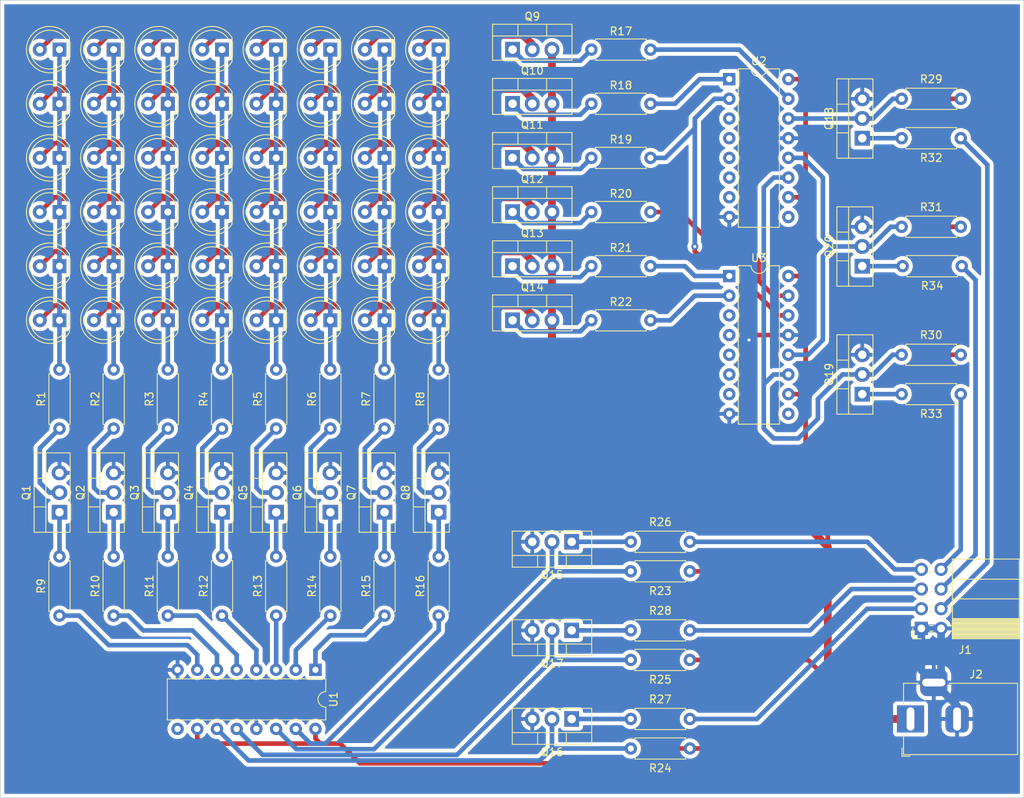
<source format=kicad_pcb>
(kicad_pcb (version 20240108) (generator "pcbnew") (generator_version "8.0")
  (layers (0 "F.Cu" signal "Front") (31 "B.Cu" signal "Back") (34 "B.Paste" user) (35 "F.Paste" user) (36 "B.SilkS" user "B.Silkscreen") (37 "F.SilkS" user "F.Silkscreen") (38 "B.Mask" user) (39 "F.Mask" user) (44 "Edge.Cuts" user))
  (net 0 "")
  (net 1 "Net-(D1-K)")
  (net 2 "Net-(D1-A)")
  (net 3 "Net-(D10-K)")
  (net 4 "Net-(D11-K)")
  (net 5 "Net-(D12-K)")
  (net 6 "Net-(D13-K)")
  (net 7 "Net-(D14-K)")
  (net 8 "Net-(D15-K)")
  (net 9 "Net-(D16-K)")
  (net 10 "Net-(D10-A)")
  (net 11 "Net-(D17-A)")
  (net 12 "Net-(D25-A)")
  (net 13 "Net-(D33-A)")
  (net 14 "Net-(D41-A)")
  (net 15 "RowDataIn_n")
  (net 16 "ShiftRowData_n")
  (net 17 "ApplyNewRow_n")
  (net 18 "ApplyNewRowStrobe_n")
  (net 19 "ShiftRowStrobe_n")
  (net 20 "RowStrobeIn_n")
  (net 21 "Net-(Q1-G)")
  (net 22 "Net-(Q1-D)")
  (net 23 "GND")
  (net 24 "Net-(Q2-G)")
  (net 25 "Net-(Q2-D)")
  (net 26 "Net-(Q3-G)")
  (net 27 "Net-(Q3-D)")
  (net 28 "Net-(Q4-G)")
  (net 29 "Net-(Q4-D)")
  (net 30 "Net-(Q5-G)")
  (net 31 "Net-(Q5-D)")
  (net 32 "Net-(Q6-G)")
  (net 33 "Net-(Q6-D)")
  (net 34 "Net-(Q7-G)")
  (net 35 "Net-(Q7-D)")
  (net 36 "Net-(Q8-G)")
  (net 37 "Net-(Q8-D)")
  (net 38 "Net-(Q9-G)")
  (net 39 "+5V")
  (net 40 "Net-(Q10-G)")
  (net 41 "Net-(Q11-G)")
  (net 42 "Net-(Q12-G)")
  (net 43 "Net-(Q13-G)")
  (net 44 "Net-(Q14-G)")
  (net 45 "Net-(Q15-G)")
  (net 46 "Net-(Q15-D)")
  (net 47 "Net-(Q16-G)")
  (net 48 "Net-(Q16-D)")
  (net 49 "Net-(Q17-G)")
  (net 50 "Net-(Q17-D)")
  (net 51 "Net-(Q18-G)")
  (net 52 "Net-(Q18-D)")
  (net 53 "Net-(Q19-G)")
  (net 54 "Net-(Q19-D)")
  (net 55 "Net-(Q20-G)")
  (net 56 "Net-(Q20-D)")
  (net 57 "Net-(U1-QH)")
  (net 58 "Net-(U1-QG)")
  (net 59 "Net-(U1-QF)")
  (net 60 "Net-(U1-QE)")
  (net 61 "Net-(U1-QD)")
  (net 62 "Net-(U1-QC)")
  (net 63 "Net-(U1-QB)")
  (net 64 "Net-(U1-QA)")
  (net 65 "Net-(U2-QA)")
  (net 66 "Net-(U2-QB)")
  (net 67 "Net-(U2-QC)")
  (net 68 "Net-(U3-QA)")
  (net 69 "Net-(U3-QB)")
  (net 70 "Net-(U3-QC)")
  (footprint "LED_THT:LED_D5.0mm" (layer "F.Cu") (at 110.49 78.105 180)
    (property "Reference" "D47" (hide yes))
    (property "Value" "LED")
  )
  (footprint "Resistor_THT:R_Axial_DIN0207_L6.3mm_D2.5mm_P7.62mm_Horizontal" (layer "F.Cu") (at 177.165 87.63)
    (property "Reference" "R33")
    (property "Value" "1K")
  )
  (footprint "Package_TO_SOT_THT:TO-220-3_Vertical" (layer "F.Cu") (at 127 64.135)
    (property "Reference" "Q12")
    (property "Value" "IRF4905")
  )
  (footprint "Package_TO_SOT_THT:TO-220-3_Vertical" (layer "F.Cu") (at 82.55 102.87 90)
    (property "Reference" "Q3")
    (property "Value" "IRLZ44N")
  )
  (footprint "Resistor_THT:R_Axial_DIN0207_L6.3mm_D2.5mm_P7.62mm_Horizontal" (layer "F.Cu") (at 68.58 92.075 90)
    (property "Reference" "R1")
    (property "Value" "66R")
  )
  (footprint "LED_THT:LED_D5.0mm" (layer "F.Cu") (at 117.475 64.135 180)
    (property "Reference" "D32" (hide yes))
    (property "Value" "LED")
  )
  (footprint "LED_THT:LED_D5.0mm" (layer "F.Cu") (at 82.55 43.18 180)
    (property "Reference" "D3" (hide yes))
    (property "Value" "LED")
  )
  (footprint "Resistor_THT:R_Axial_DIN0207_L6.3mm_D2.5mm_P7.62mm_Horizontal" (layer "F.Cu") (at 177.165 82.55)
    (property "Reference" "R30")
    (property "Value" "1K")
  )
  (footprint "LED_THT:LED_D5.0mm" (layer "F.Cu") (at 89.535 78.105 180)
    (property "Reference" "D44" (hide yes))
    (property "Value" "LED")
  )
  (footprint "Package_TO_SOT_THT:TO-220-3_Vertical" (layer "F.Cu") (at 96.52 102.87 90)
    (property "Reference" "Q5")
    (property "Value" "IRLZ44N")
  )
  (footprint "Package_TO_SOT_THT:TO-220-3_Vertical" (layer "F.Cu") (at 75.565 102.87 90)
    (property "Reference" "Q2")
    (property "Value" "IRLZ44N")
  )
  (footprint "LED_THT:LED_D5.0mm" (layer "F.Cu") (at 96.52 64.135 180)
    (property "Reference" "D29" (hide yes))
    (property "Value" "LED")
  )
  (footprint "LED_THT:LED_D5.0mm" (layer "F.Cu") (at 117.475 71.12 180)
    (property "Reference" "D40" (hide yes))
    (property "Value" "LED")
  )
  (footprint "Resistor_THT:R_Axial_DIN0207_L6.3mm_D2.5mm_P7.62mm_Horizontal" (layer "F.Cu") (at 137.16 64.135)
    (property "Reference" "R20")
    (property "Value" "1K")
  )
  (footprint "Resistor_THT:R_Axial_DIN0207_L6.3mm_D2.5mm_P7.62mm_Horizontal" (layer "F.Cu") (at 177.165 54.61)
    (property "Reference" "R32")
    (property "Value" "1K")
  )
  (footprint "LED_THT:LED_D5.0mm" (layer "F.Cu") (at 96.515 71.12 180)
    (property "Reference" "D37" (hide yes))
    (property "Value" "LED")
  )
  (footprint "Package_TO_SOT_THT:TO-220-3_Vertical" (layer "F.Cu") (at 89.535 102.87 90)
    (property "Reference" "Q4")
    (property "Value" "IRLZ44N")
  )
  (footprint "Resistor_THT:R_Axial_DIN0207_L6.3mm_D2.5mm_P7.62mm_Horizontal" (layer "F.Cu") (at 142.24 133.35)
    (property "Reference" "R24")
    (property "Value" "1K")
  )
  (footprint "Resistor_THT:R_Axial_DIN0207_L6.3mm_D2.5mm_P7.62mm_Horizontal" (layer "F.Cu") (at 142.24 118.11)
    (property "Reference" "R28")
    (property "Value" "1K")
  )
  (footprint "Package_TO_SOT_THT:TO-220-3_Vertical" (layer "F.Cu") (at 110.49 102.87 90)
    (property "Reference" "Q7")
    (property "Value" "IRLZ44N")
  )
  (footprint "LED_THT:LED_D5.0mm" (layer "F.Cu") (at 82.55 78.105 180)
    (property "Reference" "D43" (hide yes))
    (property "Value" "LED")
  )
  (footprint "Resistor_THT:R_Axial_DIN0207_L6.3mm_D2.5mm_P7.62mm_Horizontal" (layer "F.Cu") (at 142.24 110.49)
    (property "Reference" "R23")
    (property "Value" "1K")
  )
  (footprint "Package_TO_SOT_THT:TO-220-3_Vertical" (layer "F.Cu") (at 134.62 106.68 180)
    (property "Reference" "Q15")
    (property "Value" "IRLZ44N")
  )
  (footprint "LED_THT:LED_D5.0mm" (layer "F.Cu") (at 75.56 64.135 180)
    (property "Reference" "D26" (hide yes))
    (property "Value" "LED")
  )
  (footprint "Package_TO_SOT_THT:TO-220-3_Vertical" (layer "F.Cu") (at 134.62 129.54 180)
    (property "Reference" "Q16")
    (property "Value" "IRLZ44N")
  )
  (footprint "Package_TO_SOT_THT:TO-220-3_Vertical" (layer "F.Cu") (at 68.58 102.87 90)
    (property "Reference" "Q1")
    (property "Value" "IRLZ44N")
  )
  (footprint "LED_THT:LED_D5.0mm" (layer "F.Cu") (at 82.55 64.135 180)
    (property "Reference" "D27" (hide yes))
    (property "Value" "LED")
  )
  (footprint "LED_THT:LED_D5.0mm" (layer "F.Cu") (at 96.515 50.165 180)
    (property "Reference" "D13" (hide yes))
    (property "Value" "LED")
  )
  (footprint "LED_THT:LED_D5.0mm" (layer "F.Cu") (at 89.53 57.15 180)
    (property "Reference" "D20" (hide yes))
    (property "Value" "LED")
  )
  (footprint "Resistor_THT:R_Axial_DIN0207_L6.3mm_D2.5mm_P7.62mm_Horizontal" (layer "F.Cu") (at 177.165 49.53)
    (property "Reference" "R29")
    (property "Value" "1K")
  )
  (footprint "LED_THT:LED_D5.0mm" (layer "F.Cu") (at 110.485 43.18 180)
    (property "Reference" "D7" (hide yes))
    (property "Value" "LED")
  )
  (footprint "Resistor_THT:R_Axial_DIN0207_L6.3mm_D2.5mm_P7.62mm_Horizontal" (layer "F.Cu") (at 142.24 121.92)
    (property "Reference" "R25")
    (property "Value" "1K")
  )
  (footprint "LED_THT:LED_D5.0mm" (layer "F.Cu") (at 68.58 71.12 180)
    (property "Reference" "D33" (hide yes))
    (property "Value" "LED")
  )
  (footprint "LED_THT:LED_D5.0mm" (layer "F.Cu") (at 117.475 57.15 180)
    (property "Reference" "D24" (hide yes))
    (property "Value" "LED")
  )
  (footprint "LED_THT:LED_D5.0mm" (layer "F.Cu") (at 103.505 78.105 180)
    (property "Reference" "D46" (hide yes))
    (property "Value" "LED")
  )
  (footprint "LED_THT:LED_D5.0mm" (layer "F.Cu") (at 75.56 50.165 180)
    (property "Reference" "D10" (hide yes))
    (property "Value" "LED")
  )
  (footprint "LED_THT:LED_D5.0mm" (layer "F.Cu") (at 117.475 50.165 180)
    (property "Reference" "D16" (hide yes))
    (property "Value" "LED")
  )
  (footprint "Package_TO_SOT_THT:TO-220-3_Vertical" (layer "F.Cu") (at 127 43.18)
    (property "Reference" "Q9")
    (property "Value" "IRF4905")
  )
  (footprint "LED_THT:LED_D5.0mm" (layer "F.Cu") (at 82.545 57.15 180)
    (property "Reference" "D19" (hide yes))
    (property "Value" "LED")
  )
  (footprint "LED_THT:LED_D5.0mm" (layer "F.Cu") (at 75.56 78.105 180)
    (property "Reference" "D42" (hide yes))
    (property "Value" "LED")
  )
  (footprint "LED_THT:LED_D5.0mm" (layer "F.Cu") (at 103.5 50.165 180)
    (property "Reference" "D14" (hide yes))
    (property "Value" "LED")
  )
  (footprint "Resistor_THT:R_Axial_DIN0207_L6.3mm_D2.5mm_P7.62mm_Horizontal" (layer "F.Cu") (at 96.52 92.075 90)
    (property "Reference" "R5")
    (property "Value" "66R")
  )
  (footprint "LED_THT:LED_D5.0mm" (layer "F.Cu") (at 96.52 78.105 180)
    (property "Reference" "D45" (hide yes))
    (property "Value" "LED")
  )
  (footprint "LED_THT:LED_D5.0mm" (layer "F.Cu") (at 117.475 78.105 180)
    (property "Reference" "D48" (hide yes))
    (property "Value" "LED")
  )
  (footprint "Resistor_THT:R_Axial_DIN0207_L6.3mm_D2.5mm_P7.62mm_Horizontal" (layer "F.Cu") (at 110.49 116.205 90)
    (property "Reference" "R15")
    (property "Value" "1K")
  )
  (footprint "LED_THT:LED_D5.0mm" (layer "F.Cu") (at 68.575 50.165 180)
    (property "Reference" "D9" (hide yes))
    (property "Value" "LED")
  )
  (footprint "LED_THT:LED_D5.0mm" (layer "F.Cu") (at 96.515 43.18 180)
    (property "Reference" "D5" (hide yes))
    (property "Value" "LED")
  )
  (footprint "LED_THT:LED_D5.0mm" (layer "F.Cu") (at 68.58 57.15 180)
    (property "Reference" "D17" (hide yes))
    (property "Value" "LED")
  )
  (footprint "Package_DIP:DIP-16_W7.62mm" (layer "F.Cu") (at 154.94 72.39)
    (property "Reference" "U3")
    (property "Value" "74HC595")
  )
  (footprint "Connector_PinSocket_2.54mm:PinSocket_2x04_P2.54mm_Horizontal" (layer "F.Cu") (at 179.705 117.856 180)
    (property "Reference" "J1")
    (property "Value" "TO FPGA")
  )
  (footprint "Resistor_THT:R_Axial_DIN0207_L6.3mm_D2.5mm_P7.62mm_Horizontal" (layer "F.Cu") (at 110.49 92.075 90)
    (property "Reference" "R7")
    (property "Value" "66R")
  )
  (footprint "Package_DIP:DIP-16_W7.62mm" (layer "F.Cu") (at 101.585 123.2 -90)
    (property "Reference" "U1")
    (property "Value" "74HC595")
  )
  (footprint "Resistor_THT:R_Axial_DIN0207_L6.3mm_D2.5mm_P7.62mm_Horizontal" (layer "F.Cu") (at 137.16 71.12)
    (property "Reference" "R21")
    (property "Value" "1K")
  )
  (footprint "Package_TO_SOT_THT:TO-220-3_Vertical" (layer "F.Cu") (at 172.085 71.12 90)
    (property "Reference" "Q20")
    (property "Value" "IRLZ44N")
  )
  (footprint "Resistor_THT:R_Axial_DIN0207_L6.3mm_D2.5mm_P7.62mm_Horizontal" (layer "F.Cu") (at 82.55 116.205 90)
    (property "Reference" "R11")
    (property "Value" "1K")
  )
  (footprint "Resistor_THT:R_Axial_DIN0207_L6.3mm_D2.5mm_P7.62mm_Horizontal" (layer "F.Cu") (at 137.16 78.105)
    (property "Reference" "R22")
    (property "Value" "1K")
  )
  (footprint "Package_TO_SOT_THT:TO-220-3_Vertical" (layer "F.Cu") (at 127 50.165)
    (property "Reference" "Q10")
    (property "Value" "IRF4905")
  )
  (footprint "Package_TO_SOT_THT:TO-220-3_Vertical" (layer "F.Cu") (at 127 71.12)
    (property "Reference" "Q13")
    (property "Value" "IRF4905")
  )
  (footprint "Resistor_THT:R_Axial_DIN0207_L6.3mm_D2.5mm_P7.62mm_Horizontal" (layer "F.Cu") (at 177.165 66.04)
    (property "Reference" "R31")
    (property "Value" "1K")
  )
  (footprint "Package_TO_SOT_THT:TO-220-3_Vertical" (layer "F.Cu") (at 172.085 87.63 90)
    (property "Reference" "Q19")
    (property "Value" "IRLZ44N")
  )
  (footprint "Resistor_THT:R_Axial_DIN0207_L6.3mm_D2.5mm_P7.62mm_Horizontal" (layer "F.Cu") (at 103.505 92.075 90)
    (property "Reference" "R6")
    (property "Value" "66R")
  )
  (footprint "Resistor_THT:R_Axial_DIN0207_L6.3mm_D2.5mm_P7.62mm_Horizontal" (layer "F.Cu") (at 89.535 116.205 90)
    (property "Reference" "R12")
    (property "Value" "1K")
  )
  (footprint "LED_THT:LED_D5.0mm" (layer "F.Cu") (at 89.535 64.135 180)
    (property "Reference" "D28" (hide yes))
    (property "Value" "LED")
  )
  (footprint "LED_THT:LED_D5.0mm" (layer "F.Cu") (at 68.58 64.135 180)
    (property "Reference" "D25" (hide yes))
    (property "Value" "LED")
  )
  (footprint "LED_THT:LED_D5.0mm" (layer "F.Cu") (at 75.56 71.12 180)
    (property "Reference" "D34" (hide yes))
    (property "Value" "LED")
  )
  (footprint "LED_THT:LED_D5.0mm" (layer "F.Cu") (at 89.535 71.12 180)
    (property "Reference" "D36" (hide yes))
    (property "Value" "LED")
  )
  (footprint "Package_TO_SOT_THT:TO-220-3_Vertical" (layer "F.Cu") (at 134.62 118.11 180)
    (property "Reference" "Q17")
    (property "Value" "IRLZ44N")
  )
  (footprint "Resistor_THT:R_Axial_DIN0207_L6.3mm_D2.5mm_P7.62mm_Horizontal" (layer "F.Cu") (at 177.292 71.12)
    (property "Reference" "R34")
    (property "Value" "1K")
  )
  (footprint "Connector_BarrelJack:BarrelJack_Horizontal" (layer "F.Cu") (at 178.308 129.54 180)
    (property "Reference" "J2")
    (property "Value" "+5V IN")
  )
  (footprint "Resistor_THT:R_Axial_DIN0207_L6.3mm_D2.5mm_P7.62mm_Horizontal" (layer "F.Cu") (at 137.16 57.15)
    (property "Reference" "R19")
    (property "Value" "1K")
  )
  (footprint "LED_THT:LED_D5.0mm" (layer "F.Cu") (at 110.485 50.165 180)
    (property "Reference" "D15" (hide yes))
    (property "Value" "LED")
  )
  (footprint "LED_THT:LED_D5.0mm" (layer "F.Cu") (at 89.535 43.18 180)
    (property "Reference" "D4" (hide yes))
    (property "Value" "LED")
  )
  (footprint "Resistor_THT:R_Axial_DIN0207_L6.3mm_D2.5mm_P7.62mm_Horizontal" (layer "F.Cu") (at 68.58 116.205 90)
    (property "Reference" "R9")
    (property "Value" "1K")
  )
  (footprint "LED_THT:LED_D5.0mm" (layer "F.Cu") (at 82.55 71.12 180)
    (property "Reference" "D35" (hide yes))
    (property "Value" "LED")
  )
  (footprint "LED_THT:LED_D5.0mm" (layer "F.Cu") (at 110.49 57.15 180)
    (property "Reference" "D23" (hide yes))
    (property "Value" "LED")
  )
  (footprint "LED_THT:LED_D5.0mm" (layer "F.Cu") (at 103.505 71.12 180)
    (property "Reference" "D38" (hide yes))
    (property "Value" "LED")
  )
  (footprint "LED_THT:LED_D5.0mm" (layer "F.Cu") (at 89.535 50.165 180)
    (property "Reference" "D12" (hide yes))
    (property "Value" "LED")
  )
  (footprint "LED_THT:LED_D5.0mm" (layer "F.Cu") (at 103.5 43.18 180)
    (property "Reference" "D6" (hide yes))
    (property "Value" "LED")
  )
  (footprint "LED_THT:LED_D5.0mm" (layer "F.Cu") (at 75.565 57.15 180)
    (property "Reference" "D18" (hide yes))
    (property "Value" "LED")
  )
  (footprint "Resistor_THT:R_Axial_DIN0207_L6.3mm_D2.5mm_P7.62mm_Horizontal" (layer "F.Cu") (at 142.24 129.54)
    (property "Reference" "R27")
    (property "Value" "1K")
  )
  (footprint "Resistor_THT:R_Axial_DIN0207_L6.3mm_D2.5mm_P7.62mm_Horizontal" (layer "F.Cu") (at 117.475 116.205 90)
    (property "Reference" "R16")
    (property "Value" "1K")
  )
  (footprint "Package_TO_SOT_THT:TO-220-3_Vertical" (layer "F.Cu") (at 127 78.105)
    (property "Reference" "Q14")
    (property "Value" "IRF4905")
  )
  (footprint "Resistor_THT:R_Axial_DIN0207_L6.3mm_D2.5mm_P7.62mm_Horizontal" (layer "F.Cu") (at 117.475 92.075 90)
    (property "Reference" "R8")
    (property "Value" "66R")
  )
  (footprint "LED_THT:LED_D5.0mm" (layer "F.Cu") (at 103.505 64.135 180)
    (property "Reference" "D30" (hide yes))
    (property "Value" "LED")
  )
  (footprint "Package_TO_SOT_THT:TO-220-3_Vertical" (layer "F.Cu") (at 117.475 102.87 90)
    (property "Reference" "Q8")
    (property "Value" "IRLZ44N")
  )
  (footprint "Package_TO_SOT_THT:TO-220-3_Vertical" (layer "F.Cu") (at 103.505 102.87 90)
    (property "Reference" "Q6")
    (property "Value" "IRLZ44N")
  )
  (footprint "LED_THT:LED_D5.0mm" (layer "F.Cu") (at 75.565 43.18 180)
    (property "Reference" "D2" (hide yes))
    (property "Value" "LED")
  )
  (footprint "LED_THT:LED_D5.0mm" (layer "F.Cu") (at 68.58 78.105 180)
    (property "Reference" "D41" (hide yes))
    (property "Value" "LED")
  )
  (footprint "Package_TO_SOT_THT:TO-220-3_Vertical" (layer "F.Cu") (at 172.085 54.61 90)
    (property "Reference" "Q18")
    (property "Value" "IRLZ44N")
  )
  (footprint "Resistor_THT:R_Axial_DIN0207_L6.3mm_D2.5mm_P7.62mm_Horizontal" (layer "F.Cu") (at 142.24 106.68)
    (property "Reference" "R26")
    (property "Value" "1K")
  )
  (footprint "LED_THT:LED_D5.0mm" (layer "F.Cu") (at 68.58 43.18 180)
    (property "Reference" "D1" (hide yes))
    (property "Value" "LED")
  )
  (footprint "LED_THT:LED_D5.0mm" (layer "F.Cu") (at 110.49 64.135 180)
    (property "Reference" "D31" (hide yes))
    (property "Value" "LED")
  )
  (footprint "LED_THT:LED_D5.0mm" (layer "F.Cu") (at 82.55 50.165 180)
    (property "Reference" "D11" (hide yes))
    (property "Value" "LED")
  )
  (footprint "Package_TO_SOT_THT:TO-220-3_Vertical" (layer "F.Cu") (at 127 57.15)
    (property "Reference" "Q11")
    (property "Value" "IRF4905")
  )
  (footprint "Resistor_THT:R_Axial_DIN0207_L6.3mm_D2.5mm_P7.62mm_Horizontal" (layer "F.Cu") (at 75.565 116.205 90)
    (property "Reference" "R10")
    (property "Value" "1K")
  )
  (footprint "LED_THT:LED_D5.0mm" (layer "F.Cu") (at 110.485 71.12 180)
    (property "Reference" "D39" (hide yes))
    (property "Value" "LED")
  )
  (footprint "Resistor_THT:R_Axial_DIN0207_L6.3mm_D2.5mm_P7.62mm_Horizontal" (layer "F.Cu") (at 137.16 50.165)
    (property "Reference" "R18")
    (property "Value" "1K")
  )
  (footprint "LED_THT:LED_D5.0mm" (layer "F.Cu") (at 117.475 43.18 180)
    (property "Reference" "D8" (hide yes))
    (property "Value" "LED")
  )
  (footprint "Resistor_THT:R_Axial_DIN0207_L6.3mm_D2.5mm_P7.62mm_Horizontal" (layer "F.Cu") (at 75.565 92.075 90)
    (property "Reference" "R2")
    (property "Value" "66R")
  )
  (footprint "LED_THT:LED_D5.0mm" (layer "F.Cu") (at 103.505 57.15 180)
    (property "Reference" "D22" (hide yes))
    (property "Value" "LED")
  )
  (footprint "Resistor_THT:R_Axial_DIN0207_L6.3mm_D2.5mm_P7.62mm_Horizontal" (layer "F.Cu") (at 137.16 43.18)
    (property "Reference" "R17")
    (property "Value" "1K")
  )
  (footprint "Resistor_THT:R_Axial_DIN0207_L6.3mm_D2.5mm_P7.62mm_Horizontal" (layer "F.Cu") (at 82.55 92.075 90)
    (property "Reference" "R3")
    (property "Value" "66R")
  )
  (footprint "Resistor_THT:R_Axial_DIN0207_L6.3mm_D2.5mm_P7.62mm_Horizontal" (layer "F.Cu") (at 103.505 116.205 90)
    (property "Reference" "R14")
    (property "Value" "1K")
  )
  (footprint "LED_THT:LED_D5.0mm" (layer "F.Cu") (at 96.515 57.15 180)
    (property "Reference" "D21" (hide yes))
    (property "Value" "LED")
  )
  (footprint "Resistor_THT:R_Axial_DIN0207_L6.3mm_D2.5mm_P7.62mm_Horizontal" (layer "F.Cu") (at 89.535 92.075 90)
    (property "Reference" "R4")
    (property "Value" "66R")
  )
  (footprint "Package_DIP:DIP-16_W7.62mm" (layer "F.Cu") (at 154.94 46.99)
    (property "Reference" "U2")
    (property "Value" "74HC595")
  )
  (footprint "Resistor_THT:R_Axial_DIN0207_L6.3mm_D2.5mm_P7.62mm_Horizontal" (layer "F.Cu") (at 96.52 116.205 90)
    (property "Reference" "R13")
    (property "Value" "1K")
  )
  (gr_rect (start 60.96 36.83) (end 192.913 139.7) (stroke (width 0.1)) (fill none) (layer "Edge.Cuts"))
  (segment (start 68.58 43.18) (end 68.58 84.455) (width 0.6) (layer "B.Cu") (net 1))
  (segment (start 102.87 41.275) (end 95.885 41.275) (width 1) (layer "F.Cu") (net 2))
  (segment (start 67.945 41.275) (end 68.58 41.275) (width 0.6) (layer "F.Cu") (net 2))
  (segment (start 88.9 41.275) (end 81.915 41.275) (width 1) (layer "F.Cu") (net 2))
  (segment (start 116.84 41.275) (end 109.855 41.275) (width 1) (layer "F.Cu") (net 2))
  (segment (start 102.865 41.275) (end 102.87 41.275) (width 0.6) (layer "F.Cu") (net 2))
  (segment (start 128.3015 41.275) (end 116.84 41.275) (width 1) (layer "F.Cu") (net 2))
  (segment (start 114.935 43.18) (end 116.84 41.275) (width 0.6) (layer "F.Cu") (net 2))
  (segment (start 95.88 41.275) (end 95.885 41.275) (width 0.6) (layer "F.Cu") (net 2))
  (segment (start 129.54 43.18) (end 129.54 42.5135) (width 1) (layer "F.Cu") (net 2))
  (segment (start 109.855 41.275) (end 102.87 41.275) (width 1) (layer "F.Cu") (net 2))
  (segment (start 86.995 43.18) (end 88.9 41.275) (width 0.6) (layer "F.Cu") (net 2))
  (segment (start 100.96 43.18) (end 102.865 41.275) (width 0.6) (layer "F.Cu") (net 2))
  (segment (start 66.04 43.18) (end 67.945 41.275) (width 0.6) (layer "F.Cu") (net 2))
  (segment (start 74.93 41.275) (end 68.58 41.275) (width 1) (layer "F.Cu") (net 2))
  (segment (start 95.885 41.275) (end 88.9 41.275) (width 1) (layer "F.Cu") (net 2))
  (segment (start 109.85 41.275) (end 109.855 41.275) (width 0.6) (layer "F.Cu") (net 2))
  (segment (start 80.01 43.18) (end 81.915 41.275) (width 0.6) (layer "F.Cu") (net 2))
  (segment (start 81.915 41.275) (end 74.93 41.275) (width 1) (layer "F.Cu") (net 2))
  (segment (start 129.54 42.5135) (end 128.3015 41.275) (width 1) (layer "F.Cu") (net 2))
  (segment (start 107.945 43.18) (end 109.85 41.275) (width 0.6) (layer "F.Cu") (net 2))
  (segment (start 73.025 43.18) (end 74.93 41.275) (width 0.6) (layer "F.Cu") (net 2))
  (segment (start 93.975 43.18) (end 95.88 41.275) (width 0.6) (layer "F.Cu") (net 2))
  (segment (start 75.565 43.18) (end 75.565 84.455) (width 0.6) (layer "B.Cu") (net 3))
  (segment (start 82.55 43.18) (end 82.55 84.455) (width 0.6) (layer "B.Cu") (net 4))
  (segment (start 89.535 43.18) (end 89.535 84.455) (width 0.6) (layer "B.Cu") (net 5))
  (segment (start 96.515 43.18) (end 96.515 84.45) (width 0.6) (layer "B.Cu") (net 6))
  (segment (start 96.515 84.45) (end 96.52 84.455) (width 0.6) (layer "B.Cu") (net 6))
  (segment (start 103.5 43.18) (end 103.5 84.45) (width 0.6) (layer "B.Cu") (net 7))
  (segment (start 103.5 84.45) (end 103.505 84.455) (width 0.6) (layer "B.Cu") (net 7))
  (segment (start 110.485 84.45) (end 110.49 84.455) (width 0.6) (layer "B.Cu") (net 8))
  (segment (start 110.485 43.18) (end 110.485 84.45) (width 0.6) (layer "B.Cu") (net 8))
  (segment (start 117.475 43.18) (end 117.475 84.455) (width 0.6) (layer "B.Cu") (net 9))
  (segment (start 86.995 50.165) (end 88.9 48.26) (width 0.6) (layer "F.Cu") (net 10))
  (segment (start 107.945 50.165) (end 109.85 48.26) (width 0.6) (layer "F.Cu") (net 10))
  (segment (start 66.035 50.165) (end 67.94 48.26) (width 0.6) (layer "F.Cu") (net 10))
  (segment (start 102.865 48.26) (end 102.87 48.26) (width 0.6) (layer "F.Cu") (net 10))
  (segment (start 128.3015 48.26) (end 116.84 48.26) (width 1) (layer "F.Cu") (net 10))
  (segment (start 100.96 50.165) (end 102.865 48.26) (width 0.6) (layer "F.Cu") (net 10))
  (segment (start 73.02 50.165) (end 73.025 50.165) (width 0.6) (layer "F.Cu") (net 10))
  (segment (start 114.935 50.165) (end 116.84 48.26) (width 0.6) (layer "F.Cu") (net 10))
  (segment (start 81.915 48.26) (end 74.93 48.26) (width 1) (layer "F.Cu") (net 10))
  (segment (start 102.87 48.26) (end 95.885 48.26) (width 1) (layer "F.Cu") (net 10))
  (segment (start 73.025 50.165) (end 74.93 48.26) (width 0.6) (layer "F.Cu") (net 10))
  (segment (start 129.54 50.165) (end 129.54 49.4985) (width 1) (layer "F.Cu") (net 10))
  (segment (start 88.9 48.26) (end 81.915 48.26) (width 1) (layer "F.Cu") (net 10))
  (segment (start 109.855 48.26) (end 102.87 48.26) (width 1) (layer "F.Cu") (net 10))
  (segment (start 67.94 48.26) (end 68.58 48.26) (width 0.6) (layer "F.Cu") (net 10))
  (segment (start 80.01 50.165) (end 81.915 48.26) (width 0.6) (layer "F.Cu") (net 10))
  (segment (start 95.885 48.26) (end 88.9 48.26) (width 1) (layer "F.Cu") (net 10))
  (segment (start 93.975 50.165) (end 95.88 48.26) (width 0.6) (layer "F.Cu") (net 10))
  (segment (start 74.93 48.26) (end 68.58 48.26) (width 1) (layer "F.Cu") (net 10))
  (segment (start 109.85 48.26) (end 109.855 48.26) (width 0.6) (layer "F.Cu") (net 10))
  (segment (start 95.88 48.26) (end 95.885 48.26) (width 0.6) (layer "F.Cu") (net 10))
  (segment (start 116.84 48.26) (end 109.855 48.26) (width 1) (layer "F.Cu") (net 10))
  (segment (start 129.54 49.4985) (end 128.3015 48.26) (width 1) (layer "F.Cu") (net 10))
  (segment (start 93.975 57.15) (end 95.88 55.245) (width 0.6) (layer "F.Cu") (net 11))
  (segment (start 86.995 57.15) (end 88.9 55.245) (width 0.6) (layer "F.Cu") (net 11))
  (segment (start 129.54 57.15) (end 129.54 56.4835) (width 1) (layer "F.Cu") (net 11))
  (segment (start 74.93 55.245) (end 68.58 55.245) (width 1) (layer "F.Cu") (net 11))
  (segment (start 102.87 55.245) (end 95.885 55.245) (width 1) (layer "F.Cu") (net 11))
  (segment (start 114.935 57.15) (end 116.84 55.245) (width 0.6) (layer "F.Cu") (net 11))
  (segment (start 80.005 57.15) (end 81.91 55.245) (width 0.6) (layer "F.Cu") (net 11))
  (segment (start 73.025 57.15) (end 74.93 55.245) (width 0.6) (layer "F.Cu") (net 11))
  (segment (start 128.3015 55.245) (end 116.84 55.245) (width 1) (layer "F.Cu") (net 11))
  (segment (start 107.95 57.15) (end 109.855 55.245) (width 0.6) (layer "F.Cu") (net 11))
  (segment (start 129.54 56.4835) (end 128.3015 55.245) (width 1) (layer "F.Cu") (net 11))
  (segment (start 86.99 57.15) (end 86.995 57.15) (width 0.6) (layer "F.Cu") (net 11))
  (segment (start 67.945 55.245) (end 68.58 55.245) (width 0.6) (layer "F.Cu") (net 11))
  (segment (start 95.885 55.245) (end 88.9 55.245) (width 1) (layer "F.Cu") (net 11))
  (segment (start 81.915 55.245) (end 74.93 55.245) (width 1) (layer "F.Cu") (net 11))
  (segment (start 100.965 57.15) (end 102.87 55.245) (width 0.6) (layer "F.Cu") (net 11))
  (segment (start 81.91 55.245) (end 81.915 55.245) (width 0.6) (layer "F.Cu") (net 11))
  (segment (start 95.88 55.245) (end 95.885 55.245) (width 0.6) (layer "F.Cu") (net 11))
  (segment (start 116.84 55.245) (end 109.855 55.245) (width 1) (layer "F.Cu") (net 11))
  (segment (start 109.855 55.245) (end 102.87 55.245) (width 1) (layer "F.Cu") (net 11))
  (segment (start 88.9 55.245) (end 81.915 55.245) (width 1) (layer "F.Cu") (net 11))
  (segment (start 66.04 57.15) (end 67.945 55.245) (width 0.6) (layer "F.Cu") (net 11))
  (segment (start 93.98 64.135) (end 95.885 62.23) (width 0.6) (layer "F.Cu") (net 12))
  (segment (start 86.995 64.135) (end 88.9 62.23) (width 0.6) (layer "F.Cu") (net 12))
  (segment (start 74.925 62.23) (end 74.93 62.23) (width 0.6) (layer "F.Cu") (net 12))
  (segment (start 73.02 64.135) (end 74.925 62.23) (width 0.6) (layer "F.Cu") (net 12))
  (segment (start 129.54 63.4685) (end 128.3015 62.23) (width 1) (layer "F.Cu") (net 12))
  (segment (start 81.915 62.23) (end 74.93 62.23) (width 1) (layer "F.Cu") (net 12))
  (segment (start 107.95 64.135) (end 109.855 62.23) (width 0.6) (layer "F.Cu") (net 12))
  (segment (start 100.965 64.135) (end 102.87 62.23) (width 0.6) (layer "F.Cu") (net 12))
  (segment (start 66.04 64.135) (end 67.945 62.23) (width 0.6) (layer "F.Cu") (net 12))
  (segment (start 129.54 64.135) (end 129.54 63.4685) (width 1) (layer "F.Cu") (net 12))
  (segment (start 116.84 62.23) (end 109.855 62.23) (width 1) (layer "F.Cu") (net 12))
  (segment (start 74.93 62.23) (end 68.58 62.23) (width 1) (layer "F.Cu") (net 12))
  (segment (start 128.3015 62.23) (end 116.84 62.23) (width 1) (layer "F.Cu") (net 12))
  (segment (start 114.935 64.135) (end 116.84 62.23) (width 0.6) (layer "F.Cu") (net 12))
  (segment (start 102.87 62.23) (end 95.885 62.23) (width 1) (layer "F.Cu") (net 12))
  (segment (start 109.855 62.23) (end 102.87 62.23) (width 1) (layer "F.Cu") (net 12))
  (segment (start 88.9 62.23) (end 81.915 62.23) (width 1) (layer "F.Cu") (net 12))
  (segment (start 67.945 62.23) (end 68.58 62.23) (width 0.6) (layer "F.Cu") (net 12))
  (segment (start 95.885 62.23) (end 88.9 62.23) (width 1) (layer "F.Cu") (net 12))
  (segment (start 80.01 64.135) (end 81.915 62.23) (width 0.6) (layer "F.Cu") (net 12))
  (segment (start 95.88 69.215) (end 95.885 69.215) (width 0.6) (layer "F.Cu") (net 13))
  (segment (start 116.84 69.215) (end 109.855 69.215) (width 1) (layer "F.Cu") (net 13))
  (segment (start 93.975 71.12) (end 95.88 69.215) (width 0.6) (layer "F.Cu") (net 13))
  (segment (start 80.01 71.12) (end 81.915 69.215) (width 0.6) (layer "F.Cu") (net 13))
  (segment (start 74.93 69.215) (end 68.58 69.215) (width 1) (layer "F.Cu") (net 13))
  (segment (start 81.915 69.215) (end 74.93 69.215) (width 1) (layer "F.Cu") (net 13))
  (segment (start 109.855 69.215) (end 102.87 69.215) (width 1) (layer "F.Cu") (net 13))
  (segment (start 109.85 69.215) (end 109.855 69.215) (width 0.6) (layer "F.Cu") (net 13))
  (segment (start 102.87 69.215) (end 95.885 69.215) (width 1) (layer "F.Cu") (net 13))
  (segment (start 86.995 71.12) (end 88.9 69.215) (width 0.6) (layer "F.Cu") (net 13))
  (segment (start 100.965 71.12) (end 102.87 69.215) (width 0.6) (layer "F.Cu") (net 13))
  (segment (start 129.54 70.4535) (end 128.3015 69.215) (width 1) (layer "F.Cu") (net 13))
  (segment (start 74.925 69.215) (end 74.93 69.215) (width 0.6) (layer "F.Cu") (net 13))
  (segment (start 107.945 71.12) (end 109.85 69.215) (width 0.6) (layer "F.Cu") (net 13))
  (segment (start 128.3015 69.215) (end 116.84 69.215) (width 1) (layer "F.Cu") (net 13))
  (segment (start 95.885 69.215) (end 88.9 69.215) (width 1) (layer "F.Cu") (net 13))
  (segment (start 88.9 69.215) (end 81.915 69.215) (width 1) (layer "F.Cu") (net 13))
  (segment (start 66.04 71.12) (end 67.945 69.215) (width 0.6) (layer "F.Cu") (net 13))
  (segment (start 67.945 69.215) (end 68.58 69.215) (width 0.6) (layer "F.Cu") (net 13))
  (segment (start 129.54 71.12) (end 129.54 70.4535) (width 1) (layer "F.Cu") (net 13))
  (segment (start 114.935 71.12) (end 116.84 69.215) (width 0.6) (layer "F.Cu") (net 13))
  (segment (start 73.02 71.12) (end 74.925 69.215) (width 0.6) (layer "F.Cu") (net 13))
  (segment (start 81.915 76.2) (end 74.93 76.2) (width 1) (layer "F.Cu") (net 14))
  (segment (start 100.965 78.105) (end 102.87 76.2) (width 0.6) (layer "F.Cu") (net 14))
  (segment (start 102.87 76.2) (end 95.885 76.2) (width 1) (layer "F.Cu") (net 14))
  (segment (start 74.925 76.2) (end 74.93 76.2) (width 0.6) (layer "F.Cu") (net 14))
  (segment (start 95.885 76.2) (end 88.9 76.2) (width 1) (layer "F.Cu") (net 14))
  (segment (start 116.84 76.2) (end 109.855 76.2) (width 1) (layer "F.Cu") (net 14))
  (segment (start 67.945 76.2) (end 68.58 76.2) (width 0.6) (layer "F.Cu") (net 14))
  (segment (start 74.93 76.2) (end 68.58 76.2) (width 1) (layer "F.Cu") (net 14))
  (segment (start 66.04 78.105) (end 67.945 76.2) (width 0.6) (layer "F.Cu") (net 14))
  (segment (start 128.3015 76.2) (end 116.84 76.2) (width 1) (layer "F.Cu") (net 14))
  (segment (start 114.935 78.105) (end 116.84 76.2) (width 0.6) (layer "F.Cu") (net 14))
  (segment (start 80.01 78.105) (end 81.915 76.2) (width 0.6) (layer "F.Cu") (net 14))
  (segment (start 93.98 78.105) (end 95.885 76.2) (width 0.6) (layer "F.Cu") (net 14))
  (segment (start 129.54 77.4385) (end 128.3015 76.2) (width 1) (layer "F.Cu") (net 14))
  (segment (start 109.855 76.2) (end 102.87 76.2) (width 1) (layer "F.Cu") (net 14))
  (segment (start 107.95 78.105) (end 109.855 76.2) (width 0.6) (layer "F.Cu") (net 14))
  (segment (start 129.54 78.105) (end 129.54 77.4385) (width 1) (layer "F.Cu") (net 14))
  (segment (start 73.02 78.105) (end 74.925 76.2) (width 0.6) (layer "F.Cu") (net 14))
  (segment (start 86.995 78.105) (end 88.9 76.2) (width 0.6) (layer "F.Cu") (net 14))
  (segment (start 88.9 76.2) (end 81.915 76.2) (width 1) (layer "F.Cu") (net 14))
  (segment (start 149.86 106.68) (end 172.72 106.68) (width 0.6) (layer "B.Cu") (net 15))
  (segment (start 172.72 106.68) (end 176.276 110.236) (width 0.6) (layer "B.Cu") (net 15))
  (segment (start 179.705 110.236) (end 176.276 110.236) (width 0.6) (layer "B.Cu") (net 15))
  (segment (start 179.705 115.316) (end 172.72 115.316) (width 0.6) (layer "B.Cu") (net 16))
  (segment (start 158.496 129.54) (end 149.86 129.54) (width 0.6) (layer "B.Cu") (net 16))
  (segment (start 172.72 115.316) (end 158.496 129.54) (width 0.6) (layer "B.Cu") (net 16))
  (segment (start 165.354 118.11) (end 149.86 118.11) (width 0.6) (layer "B.Cu") (net 17))
  (segment (start 179.705 112.776) (end 170.688 112.776) (width 0.6) (layer "B.Cu") (net 17))
  (segment (start 170.688 112.776) (end 165.354 118.11) (width 0.6) (layer "B.Cu") (net 17))
  (segment (start 186.69 72.898) (end 186.69 108.331) (width 0.6) (layer "B.Cu") (net 18))
  (segment (start 186.69 108.331) (end 182.245 112.776) (width 0.6) (layer "B.Cu") (net 18))
  (segment (start 184.912 71.12) (end 186.69 72.898) (width 0.6) (layer "B.Cu") (net 18))
  (segment (start 184.785 87.63) (end 184.785 107.696) (width 0.6) (layer "B.Cu") (net 19))
  (segment (start 184.785 107.696) (end 182.245 110.236) (width 0.6) (layer "B.Cu") (net 19))
  (segment (start 184.785 54.61) (end 188.214 58.039) (width 0.6) (layer "B.Cu") (net 20))
  (segment (start 188.214 109.347) (end 182.245 115.316) (width 0.6) (layer "B.Cu") (net 20))
  (segment (start 188.214 58.039) (end 188.214 109.347) (width 0.6) (layer "B.Cu") (net 20))
  (segment (start 68.58 108.585) (end 68.58 102.87) (width 0.6) (layer "B.Cu") (net 21))
  (segment (start 67.31 100.33) (end 68.58 100.33) (width 0.6) (layer "B.Cu") (net 22))
  (segment (start 66.04 94.615) (end 66.04 99.06) (width 0.6) (layer "B.Cu") (net 22))
  (segment (start 66.04 99.06) (end 67.31 100.33) (width 0.6) (layer "B.Cu") (net 22))
  (segment (start 68.58 92.075) (end 66.04 94.615) (width 0.6) (layer "B.Cu") (net 22))
  (segment (start 158.115 80.01) (end 157.48 80.645) (width 0.6) (layer "F.Cu") (net 23))
  (segment (start 162.56 80.01) (end 158.115 80.01) (width 0.6) (layer "F.Cu") (net 23))
  (via (at 157.48 80.645) (size 0.9) (drill 0.4) (layers "F.Cu" "B.Cu") (net 23))
  (segment (start 184.308 129.54) (end 184.308 127.84) (width 1) (layer "B.Cu") (net 23))
  (segment (start 184.308 127.84) (end 181.308 124.84) (width 1) (layer "B.Cu") (net 23))
  (segment (start 182.245 117.856) (end 179.705 117.856) (width 1) (layer "B.Cu") (net 23))
  (segment (start 179.705 117.856) (end 179.705 123.237) (width 1) (layer "B.Cu") (net 23))
  (segment (start 182.245 123.903) (end 181.308 124.84) (width 1) (layer "B.Cu") (net 23))
  (segment (start 182.245 117.856) (end 182.245 123.903) (width 1) (layer "B.Cu") (net 23))
  (segment (start 179.705 123.237) (end 181.308 124.84) (width 1) (layer "B.Cu") (net 23))
  (segment (start 75.565 108.585) (end 75.565 102.87) (width 0.6) (layer "B.Cu") (net 24))
  (segment (start 73.66 100.33) (end 75.565 100.33) (width 0.6) (layer "B.Cu") (net 25))
  (segment (start 75.565 92.075) (end 73.025 94.615) (width 0.6) (layer "B.Cu") (net 25))
  (segment (start 73.025 94.615) (end 73.025 99.695) (width 0.6) (layer "B.Cu") (net 25))
  (segment (start 73.025 99.695) (end 73.66 100.33) (width 0.6) (layer "B.Cu") (net 25))
  (segment (start 82.55 108.585) (end 82.55 102.87) (width 0.6) (layer "B.Cu") (net 26))
  (segment (start 80.645 100.33) (end 82.55 100.33) (width 0.6) (layer "B.Cu") (net 27))
  (segment (start 80.01 99.695) (end 80.645 100.33) (width 0.6) (layer "B.Cu") (net 27))
  (segment (start 82.55 92.075) (end 80.01 94.615) (width 0.6) (layer "B.Cu") (net 27))
  (segment (start 80.01 94.615) (end 80.01 99.695) (width 0.6) (layer "B.Cu") (net 27))
  (segment (start 89.535 108.585) (end 89.535 102.87) (width 0.6) (layer "B.Cu") (net 28))
  (segment (start 86.995 99.695) (end 87.63 100.33) (width 0.6) (layer "B.Cu") (net 29))
  (segment (start 86.995 94.615) (end 86.995 99.695) (width 0.6) (layer "B.Cu") (net 29))
  (segment (start 87.63 100.33) (end 89.535 100.33) (width 0.6) (layer "B.Cu") (net 29))
  (segment (start 89.535 92.075) (end 86.995 94.615) (width 0.6) (layer "B.Cu") (net 29))
  (segment (start 96.52 108.585) (end 96.52 102.87) (width 0.6) (layer "B.Cu") (net 30))
  (segment (start 93.98 99.695) (end 94.615 100.33) (width 0.6) (layer "B.Cu") (net 31))
  (segment (start 93.98 94.615) (end 93.98 99.695) (width 0.6) (layer "B.Cu") (net 31))
  (segment (start 96.52 92.075) (end 93.98 94.615) (width 0.6) (layer "B.Cu") (net 31))
  (segment (start 94.615 100.33) (end 96.52 100.33) (width 0.6) (layer "B.Cu") (net 31))
  (segment (start 103.505 108.585) (end 103.505 102.87) (width 0.6) (layer "B.Cu") (net 32))
  (segment (start 101.6 100.33) (end 103.505 100.33) (width 0.6) (layer "B.Cu") (net 33))
  (segment (start 103.505 92.075) (end 100.965 94.615) (width 0.6) (layer "B.Cu") (net 33))
  (segment (start 100.965 94.615) (end 100.965 99.695) (width 0.6) (layer "B.Cu") (net 33))
  (segment (start 100.965 99.695) (end 101.6 100.33) (width 0.6) (layer "B.Cu") (net 33))
  (segment (start 110.49 108.585) (end 110.49 102.87) (width 0.6) (layer "B.Cu") (net 34))
  (segment (start 107.95 99.695) (end 108.585 100.33) (width 0.6) (layer "B.Cu") (net 35))
  (segment (start 108.585 100.33) (end 110.49 100.33) (width 0.6) (layer "B.Cu") (net 35))
  (segment (start 110.49 92.075) (end 107.95 94.615) (width 0.6) (layer "B.Cu") (net 35))
  (segment (start 107.95 94.615) (end 107.95 99.695) (width 0.6) (layer "B.Cu") (net 35))
  (segment (start 117.475 102.87) (end 117.475 108.585) (width 0.6) (layer "B.Cu") (net 36))
  (segment (start 115.57 100.33) (end 117.475 100.33) (width 0.6) (layer "B.Cu") (net 37))
  (segment (start 114.935 94.615) (end 114.935 99.695) (width 0.6) (layer "B.Cu") (net 37))
  (segment (start 114.935 99.695) (end 115.57 100.33) (width 0.6) (layer "B.Cu") (net 37))
  (segment (start 117.475 92.075) (end 114.935 94.615) (width 0.6) (layer "B.Cu") (net 37))
  (segment (start 128.427 44.607) (end 135.733 44.607) (width 0.6) (layer "B.Cu") (net 38))
  (segment (start 135.733 44.607) (end 137.16 43.18) (width 0.6) (layer "B.Cu") (net 38))
  (segment (start 127 43.18) (end 128.427 44.607) (width 0.6) (layer "B.Cu") (net 38))
  (segment (start 180.975 90.805) (end 167.64 104.14) (width 0.6) (layer "F.Cu") (net 39))
  (segment (start 86.345 132.065) (end 86.345 130.82) (width 0.6) (layer "F.Cu") (net 39))
  (segment (start 160.02 99.695) (end 164.7825 104.4575) (width 1) (layer "F.Cu") (net 39))
  (segment (start 149.86 110.49) (end 165.1 110.49) (width 0.6) (layer "F.Cu") (net 39))
  (segment (start 86.995 132.715) (end 86.345 132.065) (width 0.6) (layer "F.Cu") (net 39))
  (segment (start 182.88 82.55) (end 180.975 84.455) (width 0.6) (layer "F.Cu") (net 39))
  (segment (start 162.56 87.63) (end 163.83 87.63) (width 0.6) (layer "F.Cu") (net 39))
  (segment (start 149.86 133.35) (end 146.685 133.35) (width 0.6) (layer "F.Cu") (net 39))
  (segment (start 149.86 133.35) (end 168.91 133.35) (width 0.6) (layer "F.Cu") (net 39))
  (segment (start 165.1 110.49) (end 167.64 113.03) (width 0.6) (layer "F.Cu") (net 39))
  (segment (start 146.685 99.695) (end 160.02 99.695) (width 1) (layer "F.Cu") (net 39))
  (segment (start 163.83 62.23) (end 162.56 62.23) (width 0.6) (layer "F.Cu") (net 39))
  (segment (start 167.64 104.14) (end 167.64 107.95) (width 0.6) (layer "F.Cu") (net 39))
  (segment (start 163.83 46.99) (end 162.56 46.99) (width 0.6) (layer "F.Cu") (net 39))
  (segment (start 164.7825 88.5825) (end 164.7825 73.3425) (width 0.6) (layer "F.Cu") (net 39))
  (segment (start 164.7825 73.3425) (end 163.83 72.39) (width 0.6) (layer "F.Cu") (net 39))
  (segment (start 167.64 107.315) (end 167.64 107.95) (width 1) (layer "F.Cu") (net 39))
  (segment (start 132.08 43.18) (end 132.08 85.09) (width 1) (layer "F.Cu") (net 39))
  (segment (start 132.08 85.09) (end 146.685 99.695) (width 1) (layer "F.Cu") (net 39))
  (segment (start 107.315 135.255) (end 104.775 132.715) (width 0.6) (layer "F.Cu") (net 39))
  (segment (start 164.7825 63.1825) (end 164.7825 47.9425) (width 0.6) (layer "F.Cu") (net 39))
  (segment (start 104.775 132.715) (end 102.235 132.715) (width 0.6) (layer "F.Cu") (net 39))
  (segment (start 164.7825 73.3425) (end 164.7825 63.1825) (width 0.6) (layer "F.Cu") (net 39))
  (segment (start 101.585 130.82) (end 101.585 132.065) (width 0.6) (layer "F.Cu") (net 39))
  (segment (start 172.72 129.54) (end 178.308 129.54) (width 1) (layer "F.Cu") (net 39))
  (segment (start 180.975 51.435) (end 180.975 68.58) (width 0.6) (layer "F.Cu") (net 39))
  (segment (start 149.86 121.92) (end 165.1 121.92) (width 0.6) (layer "F.Cu") (net 39))
  (segment (start 184.785 49.53) (end 182.88 49.53) (width 0.6) (layer "F.Cu") (net 39))
  (segment (start 163.83 87.63) (end 164.7825 88.5825) (width 0.6) (layer "F.Cu") (net 39))
  (segment (start 182.88 49.53) (end 180.975 51.435) (width 0.6) (layer "F.Cu") (net 39))
  (segment (start 180.975 68.58) (end 180.975 67.945) (width 0.6) (layer "F.Cu") (net 39))
  (segment (start 144.78 135.255) (end 107.315 135.255) (width 0.6) (layer "F.Cu") (net 39))
  (segment (start 164.7825 47.9425) (end 163.83 46.99) (width 0.6) (layer "F.Cu") (net 39))
  (segment (start 182.88 66.04) (end 184.785 66.04) (width 0.6) (layer "F.Cu") (net 39))
  (segment (start 167.64 124.46) (end 172.72 129.54) (width 1) (layer "F.Cu") (net 39))
  (segment (start 167.64 113.03) (end 167.64 124.46) (width 1) (layer "F.Cu") (net 39))
  (segment (start 180.975 84.455) (end 180.975 68.58) (width 0.6) (layer "F.Cu") (net 39))
  (segment (start 180.975 84.455) (end 180.975 90.805) (width 0.6) (layer "F.Cu") (net 39))
  (segment (start 180.975 67.945) (end 182.88 66.04) (width 0.6) (layer "F.Cu") (net 39))
  (segment (start 165.1 121.92) (end 167.64 124.46) (width 0.6) (layer "F.Cu") (net 39))
  (segment (start 102.235 132.715) (end 86.995 132.715) (width 0.6) (layer "F.Cu") (net 39))
  (segment (start 168.91 133.35) (end 172.72 129.54) (width 0.6) (layer "F.Cu") (net 39))
  (segment (start 146.685 133.35) (end 144.78 135.255) (width 0.6) (layer "F.Cu") (net 39))
  (segment (start 164.7825 104.4575) (end 167.64 107.315) (width 1) (layer "F.Cu") (net 39))
  (segment (start 184.785 82.55) (end 182.88 82.55) (width 0.6) (layer "F.Cu") (net 39))
  (segment (start 164.7825 88.5825) (end 164.7825 104.4575) (width 0.6) (layer "F.Cu") (net 39))
  (segment (start 101.585 132.065) (end 102.235 132.715) (width 0.6) (layer "F.Cu") (net 39))
  (segment (start 164.7825 63.1825) (end 163.83 62.23) (width 0.6) (layer "F.Cu") (net 39))
  (segment (start 163.83 72.39) (end 162.56 72.39) (width 0.6) (layer "F.Cu") (net 39))
  (segment (start 167.64 107.95) (end 167.64 113.03) (width 1) (layer "F.Cu") (net 39))
  (segment (start 135.733 51.592) (end 137.16 50.165) (width 0.6) (layer "B.Cu") (net 40))
  (segment (start 128.427 51.592) (end 135.733 51.592) (width 0.6) (layer "B.Cu") (net 40))
  (segment (start 127 50.165) (end 128.427 51.592) (width 0.6) (layer "B.Cu") (net 40))
  (segment (start 127 57.15) (end 128.427 58.577) (width 0.6) (layer "B.Cu") (net 41))
  (segment (start 128.427 58.577) (end 135.733 58.577) (width 0.6) (layer "B.Cu") (net 41))
  (segment (start 135.733 58.577) (end 137.16 57.15) (width 0.6) (layer "B.Cu") (net 41))
  (segment (start 127 64.135) (end 128.427 65.562) (width 0.6) (layer "B.Cu") (net 42))
  (segment (start 135.733 65.562) (end 137.16 64.135) (width 0.6) (layer "B.Cu") (net 42))
  (segment (start 128.427 65.562) (end 135.733 65.562) (width 0.6) (layer "B.Cu") (net 42))
  (segment (start 127 71.12) (end 128.427 72.547) (width 0.6) (layer "B.Cu") (net 43))
  (segment (start 135.733 72.547) (end 137.16 71.12) (width 0.6) (layer "B.Cu") (net 43))
  (segment (start 128.427 72.547) (end 135.733 72.547) (width 0.6) (layer "B.Cu") (net 43))
  (segment (start 135.733 79.532) (end 137.16 78.105) (width 0.6) (layer "B.Cu") (net 44))
  (segment (start 128.427 79.532) (end 135.733 79.532) (width 0.6) (layer "B.Cu") (net 44))
  (segment (start 127 78.105) (end 128.427 79.532) (width 0.6) (layer "B.Cu") (net 44))
  (segment (start 134.62 106.68) (end 142.24 106.68) (width 0.6) (layer "B.Cu") (net 45))
  (segment (start 99.127 133.442) (end 96.505 130.82) (width 0.6) (layer "B.Cu") (net 46))
  (segment (start 132.08 106.68) (end 132.08 107.95) (width 0.6) (layer "B.Cu") (net 46))
  (segment (start 133.985 110.49) (end 132.08 110.49) (width 0.6) (layer "B.Cu") (net 46))
  (segment (start 132.08 110.49) (end 109.128 133.442) (width 0.6) (layer "B.Cu") (net 46))
  (segment (start 109.128 133.442) (end 99.127 133.442) (width 0.6) (layer "B.Cu") (net 46))
  (segment (start 133.985 110.49) (end 142.24 110.49) (width 0.6) (layer "B.Cu") (net 46))
  (segment (start 132.08 110.49) (end 132.08 106.68) (width 0.6) (layer "B.Cu") (net 46))
  (segment (start 142.24 129.54) (end 134.62 129.54) (width 0.6) (layer "B.Cu") (net 47))
  (segment (start 132.08 133.35) (end 132.08 129.54) (width 0.6) (layer "B.Cu") (net 48))
  (segment (start 130.534 134.896) (end 132.08 133.35) (width 0.6) (layer "B.Cu") (net 48))
  (segment (start 132.08 129.54) (end 132.08 130.81) (width 0.6) (layer "B.Cu") (net 48))
  (segment (start 88.885 130.82) (end 92.961 134.896) (width 0.6) (layer "B.Cu") (net 48))
  (segment (start 92.961 134.896) (end 130.534 134.896) (width 0.6) (layer "B.Cu") (net 48))
  (segment (start 142.24 133.35) (end 132.08 133.35) (width 0.6) (layer "B.Cu") (net 48))
  (segment (start 142.24 118.11) (end 134.62 118.11) (width 0.6) (layer "B.Cu") (net 49))
  (segment (start 142.24 121.92) (end 132.08 121.92) (width 0.6) (layer "B.Cu") (net 50))
  (segment (start 91.425 130.82) (end 91.43 130.82) (width 0.6) (layer "B.Cu") (net 50))
  (segment (start 132.08 121.92) (end 132.08 118.11) (width 0.6) (layer "B.Cu") (net 50))
  (segment (start 119.831 134.169) (end 94.774 134.169) (width 0.6) (layer "B.Cu") (net 50))
  (segment (start 132.08 121.92) (end 119.831 134.169) (width 0.6) (layer "B.Cu") (net 50))
  (segment (start 94.774 134.169) (end 91.425 130.82) (width 0.6) (layer "B.Cu") (net 50))
  (segment (start 91.43 130.82) (end 91.44 130.81) (width 0.6) (layer "B.Cu") (net 50))
  (segment (start 177.165 54.61) (end 172.085 54.61) (width 0.6) (layer "B.Cu") (net 51))
  (segment (start 177.165 49.53) (end 176.022 49.53) (width 0.6) (layer "B.Cu") (net 52))
  (segment (start 176.022 49.53) (end 173.482 52.07) (width 0.6) (layer "B.Cu") (net 52))
  (segment (start 172.085 52.07) (end 162.56 52.07) (width 0.6) (layer "B.Cu") (net 52))
  (segment (start 173.482 52.07) (end 172.085 52.07) (width 0.6) (layer "B.Cu") (net 52))
  (segment (start 177.165 87.63) (end 172.085 87.63) (width 0.6) (layer "B.Cu") (net 53))
  (segment (start 163.83 93.345) (end 160.655 93.345) (width 0.6) (layer "B.Cu") (net 54))
  (segment (start 176.022 82.55) (end 173.482 85.09) (width 0.6) (layer "B.Cu") (net 54))
  (segment (start 159.385 86.36) (end 159.385 60.96) (width 0.6) (layer "B.Cu") (net 54))
  (segment (start 173.482 85.09) (end 172.085 85.09) (width 0.6) (layer "B.Cu") (net 54))
  (segment (start 159.385 92.075) (end 159.385 86.36) (width 0.6) (layer "B.Cu") (net 54))
  (segment (start 160.655 93.345) (end 159.385 92.075) (width 0.6) (layer "B.Cu") (net 54))
  (segment (start 166.37 90.805) (end 166.37 88.265) (width 0.6) (layer "B.Cu") (net 54))
  (segment (start 160.655 85.09) (end 159.385 86.36) (width 0.6) (layer "B.Cu") (net 54))
  (segment (start 177.165 82.55) (end 176.022 82.55) (width 0.6) (layer "B.Cu") (net 54))
  (segment (start 160.655 59.69) (end 162.56 59.69) (width 0.6) (layer "B.Cu") (net 54))
  (segment (start 169.545 85.09) (end 172.085 85.09) (width 0.6) (layer "B.Cu") (net 54))
  (segment (start 159.385 60.96) (end 160.655 59.69) (width 0.6) (layer "B.Cu") (net 54))
  (segment (start 162.56 85.09) (end 160.655 85.09) (width 0.6) (layer "B.Cu") (net 54))
  (segment (start 163.83 93.345) (end 166.37 90.805) (width 0.6) (layer "B.Cu") (net 54))
  (segment (start 166.37 88.265) (end 169.545 85.09) (width 0.6) (layer "B.Cu") (net 54))
  (segment (start 177.292 71.12) (end 172.085 71.12) (width 0.6) (layer "B.Cu") (net 55))
  (segment (start 168.275 68.58) (end 167.005 67.31) (width 0.6) (layer "B.Cu") (net 56))
  (segment (start 167.005 67.31) (end 167.005 59.69) (width 0.6) (layer "B.Cu") (net 56))
  (segment (start 168.275 68.58) (end 172.085 68.58) (width 0.6) (layer "B.Cu") (net 56))
  (segment (start 177.165 66.04) (end 175.768 66.04) (width 0.6) (layer "B.Cu") (net 56))
  (segment (start 173.228 68.58) (end 172.085 68.58) (width 0.6) (layer "B.Cu") (net 56))
  (segment (start 162.56 82.55) (end 165.1 82.55) (width 0.6) (layer "B.Cu") (net 56))
  (segment (start 166.6875 59.3725) (end 164.465 57.15) (width 0.6) (layer "B.Cu") (net 56))
  (segment (start 167.005 59.69) (end 166.6875 59.3725) (width 0.6) (layer "B.Cu") (net 56))
  (segment (start 165.1 82.55) (end 167.005 80.645) (width 0.6) (layer "B.Cu") (net 56))
  (segment (start 175.768 66.04) (end 173.228 68.58) (width 0.6) (layer "B.Cu") (net 56))
  (segment (start 164.465 57.15) (end 162.56 57.15) (width 0.6) (layer "B.Cu") (net 56))
  (segment (start 167.005 80.645) (end 167.005 69.85) (width 0.6) (layer "B.Cu") (net 56))
  (segment (start 167.005 69.85) (end 168.275 68.58) (width 0.6) (layer "B.Cu") (net 56))
  (segment (start 86.345 121.3) (end 86.345 123.2) (width 0.6) (layer "B.Cu") (net 57))
  (segment (start 74.93 120.015) (end 85.09 120.015) (width 0.6) (layer "B.Cu") (net 57))
  (segment (start 68.58 116.205) (end 71.12 116.205) (width 0.6) (layer "B.Cu") (net 57))
  (segment (start 71.12 116.205) (end 74.93 120.015) (width 0.6) (layer "B.Cu") (net 57))
  (segment (start 85.09 120.015) (end 86.36 121.285) (width 0.6) (layer "B.Cu") (net 57))
  (segment (start 86.36 121.285) (end 86.345 121.3) (width 0.6) (layer "B.Cu") (net 57))
  (segment (start 79.375 118.11) (end 77.47 116.205) (width 0.6) (layer "B.Cu") (net 58))
  (segment (start 88.9 121.285) (end 85.725 118.11) (width 0.6) (layer "B.Cu") (net 58))
  (segment (start 88.885 123.2) (end 88.885 121.3) (width 0.6) (layer "B.Cu") (net 58))
  (segment (start 77.47 116.205) (end 75.565 116.205) (width 0.6) (layer "B.Cu") (net 58))
  (segment (start 85.725 118.11) (end 79.375 118.11) (width 0.6) (layer "B.Cu") (net 58))
  (segment (start 88.885 121.3) (end 88.9 121.285) (width 0.6) (layer "B.Cu") (net 58))
  (segment (start 91.425 121.3) (end 91.425 123.2) (width 0.6) (layer "B.Cu") (net 59))
  (segment (start 82.55 116.205) (end 86.36 116.205) (width 0.6) (layer "B.Cu") (net 59))
  (segment (start 91.44 121.285) (end 91.425 121.3) (width 0.6) (layer "B.Cu") (net 59))
  (segment (start 86.36 116.205) (end 91.44 121.285) (width 0.6) (layer "B.Cu") (net 59))
  (segment (start 89.535 116.205) (end 93.98 120.65) (width 0.6) (layer "B.Cu") (net 60))
  (segment (start 93.98 120.65) (end 93.965 120.665) (width 0.6) (layer "B.Cu") (net 60))
  (segment (start 93.965 120.665) (end 93.965 123.2) (width 0.6) (layer "B.Cu") (net 60))
  (segment (start 96.52 123.185) (end 96.505 123.2) (width 0.6) (layer "B.Cu") (net 61))
  (segment (start 96.52 116.205) (end 96.52 123.185) (width 0.6) (layer "B.Cu") (net 61))
  (segment (start 99.045 120.665) (end 103.505 116.205) (width 0.6) (layer "B.Cu") (net 62))
  (segment (start 99.045 123.2) (end 99.045 120.665) (width 0.6) (layer "B.Cu") (net 62))
  (segment (start 101.585 123.2) (end 101.585 120.665) (width 0.6) (layer "B.Cu") (net 63))
  (segment (start 103.505 118.745) (end 107.95 118.745) (width 0.6) (layer "B.Cu") (net 63))
  (segment (start 107.95 118.745) (end 110.49 116.205) (width 0.6) (layer "B.Cu") (net 63))
  (segment (start 101.585 120.665) (end 103.505 118.745) (width 0.6) (layer "B.Cu") (net 63))
  (segment (start 100.94 132.715) (end 102.87 132.715) (width 0.6) (layer "B.Cu") (net 64))
  (segment (start 99.045 130.82) (end 100.94 132.715) (width 0.6) (layer "B.Cu") (net 64))
  (segment (start 102.87 132.715) (end 117.475 118.11) (width 0.6) (layer "B.Cu") (net 64))
  (segment (start 117.475 118.11) (end 117.475 116.205) (width 0.6) (layer "B.Cu") (net 64))
  (segment (start 156.21 43.18) (end 144.78 43.18) (width 0.6) (layer "B.Cu") (net 65))
  (segment (start 162.56 49.53) (end 156.21 43.18) (width 0.6) (layer "B.Cu") (net 65))
  (segment (start 151.13 46.99) (end 154.94 46.99) (width 0.6) (layer "B.Cu") (net 66))
  (segment (start 144.78 50.165) (end 147.955 50.165) (width 0.6) (layer "B.Cu") (net 66))
  (segment (start 147.955 50.165) (end 151.13 46.99) (width 0.6) (layer "B.Cu") (net 66))
  (segment (start 157.48 73.66) (end 157.48 71.755) (width 0.6) (layer "F.Cu") (net 67))
  (segment (start 156.21 70.485) (end 151.765 70.485) (width 0.6) (layer "F.Cu") (net 67))
  (segment (start 150.495 69.215) (end 150.495 68.58) (width 0.6) (layer "F.Cu") (net 67))
  (segment (start 161.29 77.47) (end 157.48 73.66) (width 0.6) (layer "F.Cu") (net 67))
  (segment (start 162.56 77.47) (end 161.29 77.47) (width 0.6) (layer "F.Cu") (net 67))
  (segment (start 157.48 71.755) (end 156.21 70.485) (width 0.6) (layer "F.Cu") (net 67))
  (segment (start 151.765 70.485) (end 150.495 69.215) (width 0.6) (layer "F.Cu") (net 67))
  (via (at 150.495 68.58) (size 0.9) (drill 0.4) (layers "F.Cu" "B.Cu") (net 67))
  (segment (start 144.78 57.15) (end 146.685 57.15) (width 0.6) (layer "B.Cu") (net 67))
  (segment (start 150.495 68.58) (end 150.495 52.07) (width 0.6) (layer "B.Cu") (net 67))
  (segment (start 150.495 53.34) (end 150.495 52.07) (width 0.6) (layer "B.Cu") (net 67))
  (segment (start 146.685 57.15) (end 150.495 53.34) (width 0.6) (layer "B.Cu") (net 67))
  (segment (start 153.035 49.53) (end 154.94 49.53) (width 0.6) (layer "B.Cu") (net 67))
  (segment (start 150.495 52.07) (end 153.035 49.53) (width 0.6) (layer "B.Cu") (net 67))
  (segment (start 153.035 68.58) (end 156.845 68.58) (width 0.6) (layer "F.Cu") (net 68))
  (segment (start 160.655 74.93) (end 162.56 74.93) (width 0.6) (layer "F.Cu") (net 68))
  (segment (start 144.78 64.135) (end 148.59 64.135) (width 0.6) (layer "F.Cu") (net 68))
  (segment (start 148.59 64.135) (end 153.035 68.58) (width 0.6) (layer "F.Cu") (net 68))
  (segment (start 156.845 68.58) (end 158.75 70.485) (width 0.6) (layer "F.Cu") (net 68))
  (segment (start 158.75 70.485) (end 158.75 73.025) (width 0.6) (layer "F.Cu") (net 68))
  (segment (start 158.75 73.025) (end 160.655 74.93) (width 0.6) (layer "F.Cu") (net 68))
  (segment (start 149.225 71.12) (end 150.495 72.39) (width 0.6) (layer "B.Cu") (net 69))
  (segment (start 144.78 71.12) (end 149.225 71.12) (width 0.6) (layer "B.Cu") (net 69))
  (segment (start 150.495 72.39) (end 154.94 72.39) (width 0.6) (layer "B.Cu") (net 69))
  (segment (start 144.78 78.105) (end 147.32 78.105) (width 0.6) (layer "B.Cu") (net 70))
  (segment (start 150.495 74.93) (end 154.94 74.93) (width 0.6) (layer "B.Cu") (net 70))
  (segment (start 147.32 78.105) (end 150.495 74.93) (width 0.6) (layer "B.Cu") (net 70))
  (zone (net 23) (net_name "GND") (layer "B.Cu") (connect_pads (clearance 0.5)) (min_thickness 0.25) (fill yes (thermal_gap 0.5) (thermal_bridge_width 0.5))
    (polygon (pts (xy 60.96 36.83) (xy 192.913 36.83) (xy 192.913 139.7) (xy 60.96 139.7)))
  )
)
</source>
